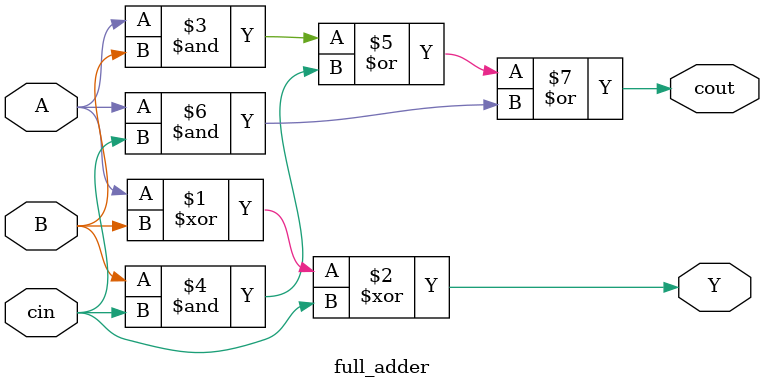
<source format=v>
module full_adder( 
input A,
input B,
input cin,
output Y,
output cout
);
assign Y=A^B^cin;
assign cout= (A&B)|(B&cin)|(A&cin);
endmodule

</source>
